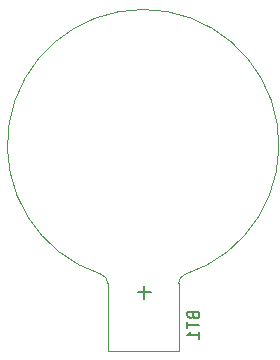
<source format=gbr>
G04 #@! TF.GenerationSoftware,KiCad,Pcbnew,(5.1.2-1)-1*
G04 #@! TF.CreationDate,2020-01-28T06:09:07-07:00*
G04 #@! TF.ProjectId,tiny_stick,74696e79-5f73-4746-9963-6b2e6b696361,rev?*
G04 #@! TF.SameCoordinates,Original*
G04 #@! TF.FileFunction,Legend,Bot*
G04 #@! TF.FilePolarity,Positive*
%FSLAX46Y46*%
G04 Gerber Fmt 4.6, Leading zero omitted, Abs format (unit mm)*
G04 Created by KiCad (PCBNEW (5.1.2-1)-1) date 2020-01-28 06:09:07*
%MOMM*%
%LPD*%
G04 APERTURE LIST*
%ADD10C,0.120000*%
%ADD11C,0.150000*%
G04 APERTURE END LIST*
D10*
X117142000Y-100498000D02*
X117142000Y-94798000D01*
X117142000Y-100498000D02*
X123142000Y-100498000D01*
X123142000Y-100498000D02*
X123142000Y-94798000D01*
X123668384Y-94046246D02*
G75*
G03X123142000Y-94798000I273616J-751754D01*
G01*
X120096719Y-71602329D02*
G75*
G02X123642000Y-94048000I45281J-11495671D01*
G01*
X116615616Y-94046246D02*
G75*
G02X117142000Y-94798000I-273616J-751754D01*
G01*
X120187281Y-71602329D02*
G75*
G03X116642000Y-94048000I-45281J-11495671D01*
G01*
D11*
X124370571Y-97512285D02*
X124418190Y-97655142D01*
X124465809Y-97702761D01*
X124561047Y-97750380D01*
X124703904Y-97750380D01*
X124799142Y-97702761D01*
X124846761Y-97655142D01*
X124894380Y-97559904D01*
X124894380Y-97178952D01*
X123894380Y-97178952D01*
X123894380Y-97512285D01*
X123942000Y-97607523D01*
X123989619Y-97655142D01*
X124084857Y-97702761D01*
X124180095Y-97702761D01*
X124275333Y-97655142D01*
X124322952Y-97607523D01*
X124370571Y-97512285D01*
X124370571Y-97178952D01*
X123894380Y-98036095D02*
X123894380Y-98607523D01*
X124894380Y-98321809D02*
X123894380Y-98321809D01*
X124894380Y-99464666D02*
X124894380Y-98893238D01*
X124894380Y-99178952D02*
X123894380Y-99178952D01*
X124037238Y-99083714D01*
X124132476Y-98988476D01*
X124180095Y-98893238D01*
X120249142Y-94976571D02*
X120249142Y-96119428D01*
X120820571Y-95548000D02*
X119677714Y-95548000D01*
M02*

</source>
